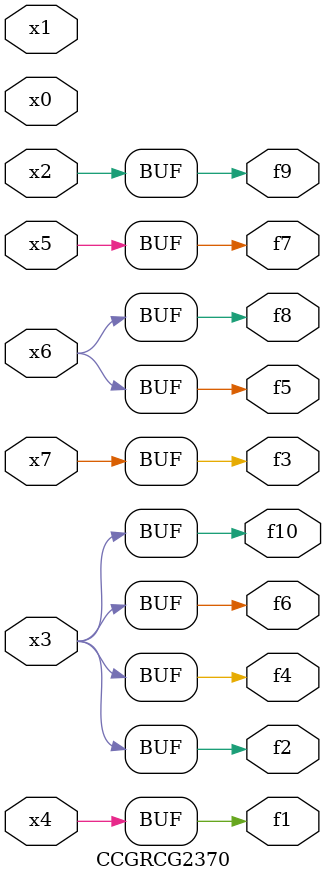
<source format=v>
module CCGRCG2370(
	input x0, x1, x2, x3, x4, x5, x6, x7,
	output f1, f2, f3, f4, f5, f6, f7, f8, f9, f10
);
	assign f1 = x4;
	assign f2 = x3;
	assign f3 = x7;
	assign f4 = x3;
	assign f5 = x6;
	assign f6 = x3;
	assign f7 = x5;
	assign f8 = x6;
	assign f9 = x2;
	assign f10 = x3;
endmodule

</source>
